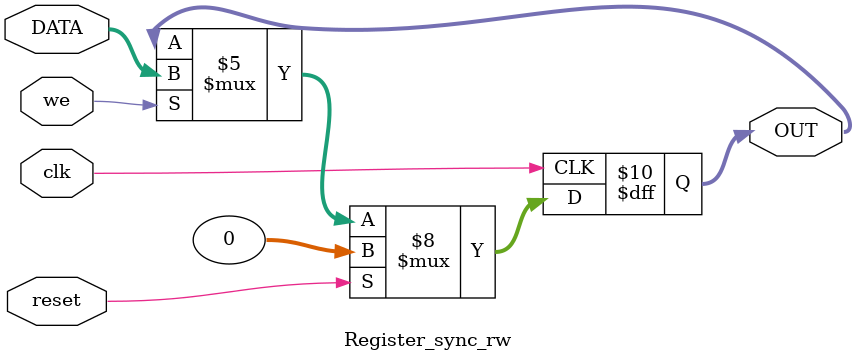
<source format=v>
module Register_sync_rw #(
     parameter WIDTH=32)
    (
	  input  clk, reset,we,
	  input	[WIDTH-1:0] DATA,
	  output reg [WIDTH-1:0] OUT = 0
    );
	 
always@(posedge clk) begin
	if (reset == 1'b1)
		OUT<={WIDTH{1'b0}};
	else if(we==1'b1)	
		OUT<=DATA;
end
	 
endmodule	 
</source>
